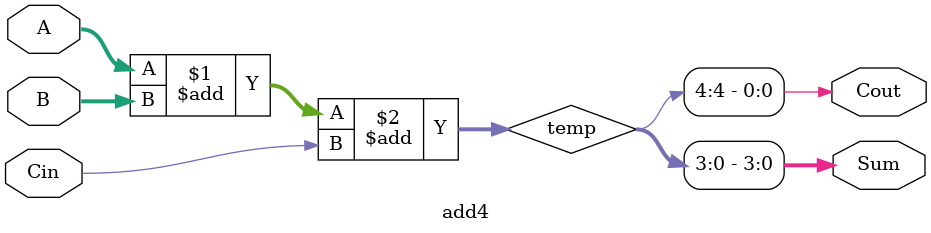
<source format=v>
module add4 (
    input [3:0] A,      // 4-bit input A
    input [3:0] B,      // 4-bit input B
    input Cin,          // Carry input
    output [3:0] Sum,   // 4-bit Sum output
    output Cout         // Carry output
);
    wire [4:0] temp;    // Temporary wire to hold the sum with carry

    assign temp = A + B + Cin; // Perform addition
    assign Sum = temp[3:0];     // Assign lower 4 bits to Sum
    assign Cout = temp[4];      // Assign the 5th bit to Cout

endmodule

</source>
